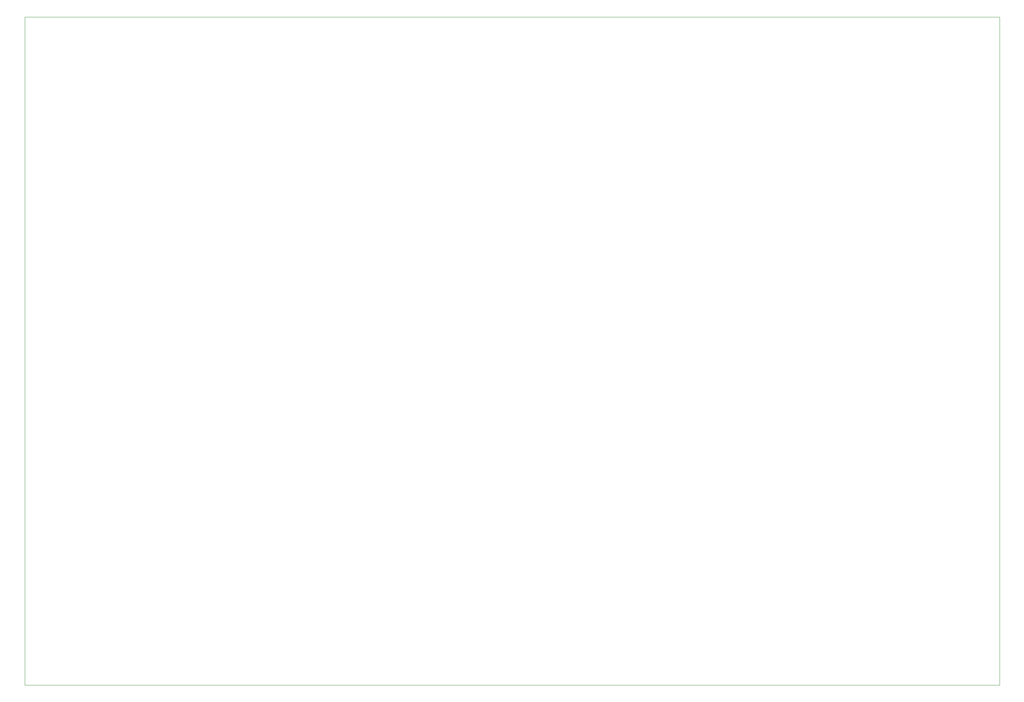
<source format=gbr>
G04 #@! TF.GenerationSoftware,KiCad,Pcbnew,(5.0.0)*
G04 #@! TF.CreationDate,2019-11-22T19:44:57+00:00*
G04 #@! TF.ProjectId,A-FP,412D46502E6B696361645F7063620000,rev?*
G04 #@! TF.SameCoordinates,Original*
G04 #@! TF.FileFunction,Profile,NP*
%FSLAX46Y46*%
G04 Gerber Fmt 4.6, Leading zero omitted, Abs format (unit mm)*
G04 Created by KiCad (PCBNEW (5.0.0)) date 11/22/19 19:44:57*
%MOMM*%
%LPD*%
G01*
G04 APERTURE LIST*
%ADD10C,0.100000*%
G04 APERTURE END LIST*
D10*
X25400000Y-25400000D02*
X25400000Y-185420000D01*
X258749800Y-185420000D02*
X25400000Y-185420000D01*
X258749800Y-25400000D02*
X258749800Y-185420000D01*
X25400000Y-25400000D02*
X258749800Y-25400000D01*
M02*

</source>
